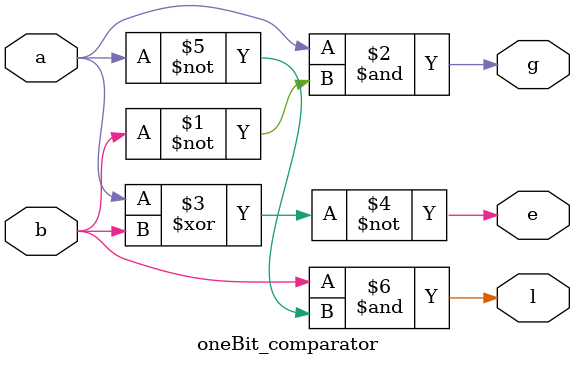
<source format=v>
module oneBit_comparator(input a,input b, output g, output e, output l);
    //to make comparison between two 1-bit input
    
    assign g=a & ~b; //if a is 1 and b is 0 then a is greater than b
    assign e=~(a ^ b); //if a and b are equal (xor gate) 
    assign l=b & ~a; ////if a is 0 and b is 1 then a is lesser than b

endmodule
</source>
